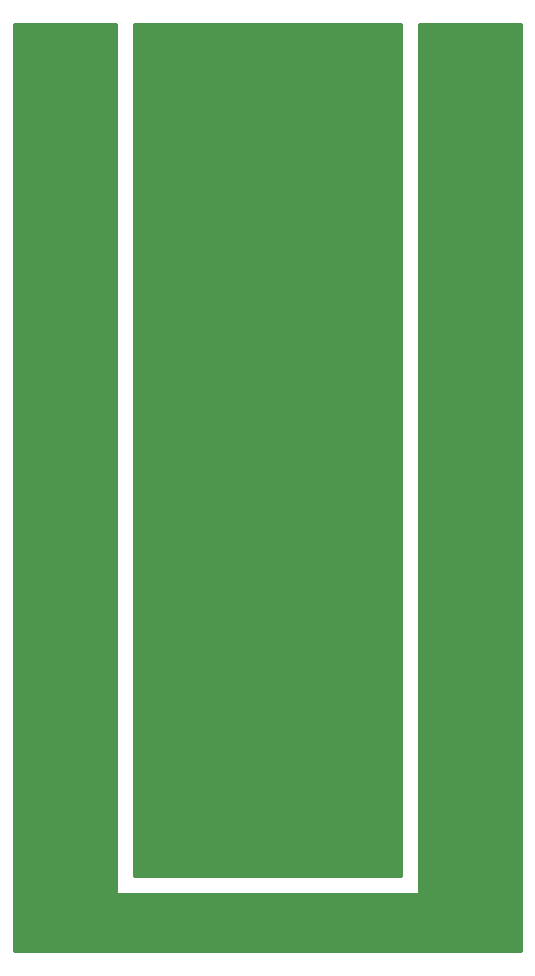
<source format=gbr>
G04 #@! TF.FileFunction,Soldermask,Bot*
%FSLAX46Y46*%
G04 Gerber Fmt 4.6, Leading zero omitted, Abs format (unit mm)*
G04 Created by KiCad (PCBNEW 4.0.7-e2-6376~58~ubuntu16.04.1) date Mon Sep 11 21:05:43 2017*
%MOMM*%
%LPD*%
G01*
G04 APERTURE LIST*
%ADD10C,0.100000*%
%ADD11C,6.000000*%
%ADD12C,0.254000*%
G04 APERTURE END LIST*
D10*
D11*
X142875000Y-62230000D03*
X150375000Y-62230000D03*
X142875000Y-74930000D03*
X150375000Y-74930000D03*
X142875000Y-87630000D03*
X150375000Y-87630000D03*
X142875000Y-100330000D03*
X150375000Y-100330000D03*
X142875000Y-113030000D03*
X150375000Y-113030000D03*
X142875000Y-125730000D03*
X150375000Y-125730000D03*
X126365000Y-62230000D03*
X118865000Y-62230000D03*
X126365000Y-74930000D03*
X118865000Y-74930000D03*
X126365000Y-87630000D03*
X118865000Y-87630000D03*
X126365000Y-100330000D03*
X118865000Y-100330000D03*
X126365000Y-113030000D03*
X118865000Y-113030000D03*
X126365000Y-125730000D03*
X118865000Y-125730000D03*
D12*
G36*
X121793000Y-130810000D02*
X121803006Y-130859410D01*
X121831447Y-130901035D01*
X121873841Y-130928315D01*
X121920000Y-130937000D01*
X147320000Y-130937000D01*
X147369410Y-130926994D01*
X147411035Y-130898553D01*
X147438315Y-130856159D01*
X147447000Y-130810000D01*
X147447000Y-57277000D01*
X156083000Y-57277000D01*
X156083000Y-135763000D01*
X113157000Y-135763000D01*
X113157000Y-57277000D01*
X121793000Y-57277000D01*
X121793000Y-130810000D01*
X121793000Y-130810000D01*
G37*
X121793000Y-130810000D02*
X121803006Y-130859410D01*
X121831447Y-130901035D01*
X121873841Y-130928315D01*
X121920000Y-130937000D01*
X147320000Y-130937000D01*
X147369410Y-130926994D01*
X147411035Y-130898553D01*
X147438315Y-130856159D01*
X147447000Y-130810000D01*
X147447000Y-57277000D01*
X156083000Y-57277000D01*
X156083000Y-135763000D01*
X113157000Y-135763000D01*
X113157000Y-57277000D01*
X121793000Y-57277000D01*
X121793000Y-130810000D01*
G36*
X145923000Y-129413000D02*
X123317000Y-129413000D01*
X123317000Y-57277000D01*
X145923000Y-57277000D01*
X145923000Y-129413000D01*
X145923000Y-129413000D01*
G37*
X145923000Y-129413000D02*
X123317000Y-129413000D01*
X123317000Y-57277000D01*
X145923000Y-57277000D01*
X145923000Y-129413000D01*
M02*

</source>
